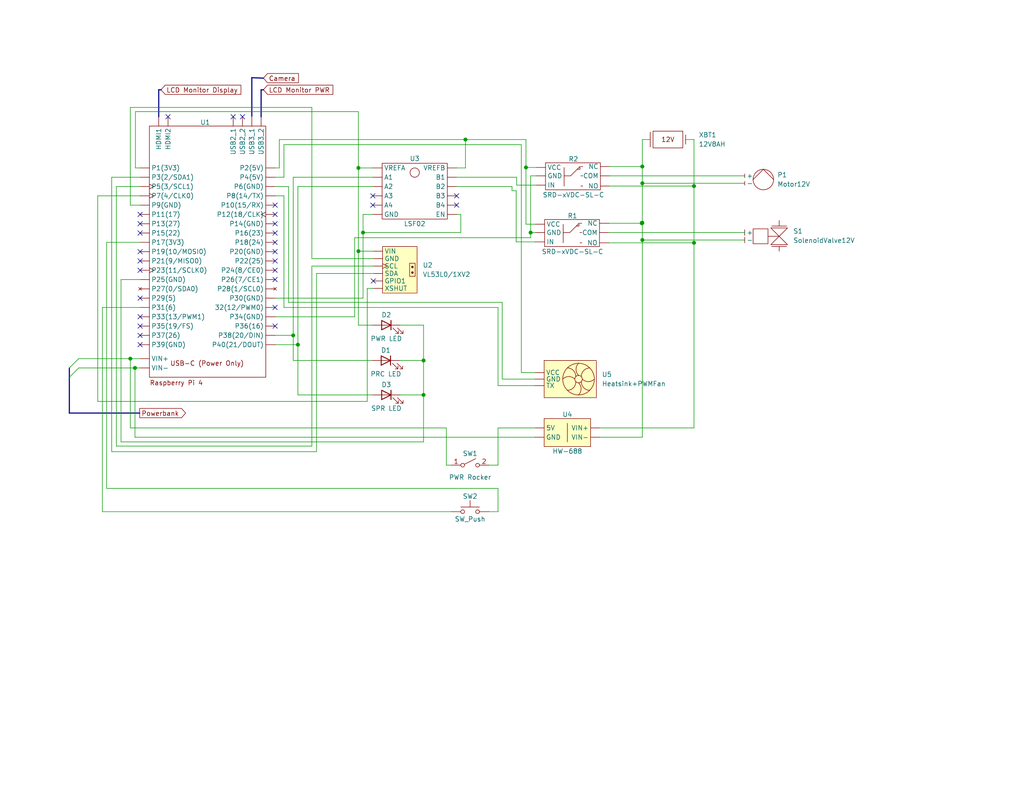
<source format=kicad_sch>
(kicad_sch (version 20211123) (generator eeschema)
  (paper "USLetter")
  (title_block (title "Map of Wirings") (date "2023-06-13") (rev "1.0") (company "There Goes Mangoes"))
  (lib_symbols
    (symbol "Battery Power and Management:12V8AH"
      (property "Reference" "XBT" (at 0 3.302 0))
      (property "Value" "12V8AH" (at 0 -3.556 0))
      (symbol "12V8AH_0_0"
        (polyline (pts (xy -4.826 2.032) (xy -4.826 -2.032)))
        (polyline (pts (xy 4.826 1.27) (xy 4.826 -1.27)))
        (text "12V" (at 0 0 0) (effects (font (size 1.27 1.27))))
      )
      (symbol "12V8AH_0_1"
        (rectangle (start -4.064 2.286) (end 4.064 -2.286))
      )
      (symbol "12V8AH_1_1"
        (pin power_out line (at 4.826 0 180) (length 0.635) hide (name "+") (number ""))
        (pin power_out line (at -4.826 0 0) (length 0.635) hide (name "-") (number ""))
      )
    )
    (symbol "Battery Power and Management:HW-688"
      (property "Reference" "U" (at 0 5.08 0))
      (property "Value" "HW-688" (at 0 -5.08 0))
      (symbol "HW-688_0_1"
        (rectangle (start -6.35 3.81) (end 6.35 -3.81) (fill (type background)))
        (polyline (pts (xy 0 2.54) (xy 0 -2.54)))
      )
      (symbol "HW-688_1_1"
        (pin power_out line (at 8.89 1.27 180) (length 2.54) (name "5V") (number ""))
        (pin power_out line (at 8.89 -1.27 180) (length 2.54) (name "GND") (number ""))
        (pin power_in line (at -8.89 1.27 0) (length 2.54) (name "VIN+") (number ""))
        (pin power_in line (at -8.89 -1.27 0) (length 2.54) (name "VIN-") (number ""))
      )
    )
    (symbol "Device:LED" (pin_numbers hide) (pin_names (offset 1.016) hide)
      (property "Reference" "D" (at 0 2.54 0))
      (property "Value" "LED" (at 0 -2.54 0))
      (symbol "LED_0_1"
        (polyline (pts (xy -1.27 -1.27) (xy -1.27 1.27)) (stroke (width 0.254)))
        (polyline (pts (xy -1.27 0) (xy 1.27 0)))
        (polyline (pts (xy 1.27 -1.27) (xy 1.27 1.27) (xy -1.27 0) (xy 1.27 -1.27)) (stroke (width 0.254)))
        (polyline (pts (xy -3.048 -0.762) (xy -4.572 -2.286) (xy -3.81 -2.286) (xy -4.572 -2.286) (xy -4.572 -1.524)))
        (polyline (pts (xy -1.778 -0.762) (xy -3.302 -2.286) (xy -2.54 -2.286) (xy -3.302 -2.286) (xy -3.302 -1.524)))
      )
      (symbol "LED_1_1"
        (pin passive line (at -3.81 0 0) (length 2.54) (name "K") (number "1"))
        (pin passive line (at 3.81 0 180) (length 2.54) (name "A") (number "2"))
      )
    )
    (symbol "Multilevel Voltage Converter:LSF02"
      (property "Reference" "U" (at 0 8.89 0))
      (property "Value" "LSF02" (at 0 0 90))
      (symbol "LSF02_0_1"
        (rectangle (start -8.89 7.62) (end 8.89 -7.62))
        (circle (center 0 5.08) (radius 1.27))
      )
      (symbol "LSF02_1_1"
        (pin bidirectional line (at -11.43 3.81 0) (length 2.54) (name "A1") (number ""))
        (pin bidirectional line (at -11.43 1.27 0) (length 2.54) (name "A2") (number ""))
        (pin bidirectional line (at -11.43 -1.27 0) (length 2.54) (name "A3") (number ""))
        (pin bidirectional line (at -11.43 -3.81 0) (length 2.54) (name "A4") (number ""))
        (pin bidirectional line (at 11.43 3.81 180) (length 2.54) (name "B1") (number ""))
        (pin bidirectional line (at 11.43 1.27 180) (length 2.54) (name "B2") (number ""))
        (pin bidirectional line (at 11.43 -1.27 180) (length 2.54) (name "B3") (number ""))
        (pin bidirectional line (at 11.43 -3.81 180) (length 2.54) (name "B4") (number ""))
        (pin power_in line (at 11.43 -6.35 180) (length 2.54) (name "EN") (number ""))
        (pin power_in line (at -11.43 -6.35 0) (length 2.54) (name "GND") (number ""))
        (pin power_in line (at -11.43 6.35 0) (length 2.54) (name "VREFA") (number ""))
        (pin power_in line (at 11.43 6.35 180) (length 2.54) (name "VREFB") (number ""))
      )
    )
    (symbol "Raspberry Pi 4:RPi4_Objective"
      (property "Reference" "U" (at 0 31.496 0))
      (symbol "RPi4_Objective_0_0"
        (text "Raspberry Pi 4" (at -7.874 -39.624 0) (effects (font (size 1.27 1.27))))
        (text "USB-C (Power Only)" (at 0.508 -34.29 0) (effects (font (size 1.27 1.27))))
      )
      (symbol "RPi4_Objective_0_1"
        (rectangle (start -15.24 30.48) (end 16.51 -38.1))
      )
      (symbol "RPi4_Objective_1_1"
        (pin bidirectional line (at 19.05 -19.05 180) (length 2.54) (name "32(12/PWM0)") (number ""))
        (pin output line (at -12.7 33.02 270) (length 2.54) (name "HDMI1") (number ""))
        (pin output line (at -10.16 33.02 270) (length 2.54) (name "HDMI2") (number ""))
        (pin power_out line (at -17.78 19.05 0) (length 2.54) (name "P1(3V3)") (number ""))
        (pin bidirectional line (at 19.05 8.89 180) (length 2.54) (name "P10(15/RX)") (number ""))
        (pin bidirectional line (at -17.78 6.35 0) (length 2.54) (name "P11(17)") (number ""))
        (pin bidirectional clock (at 19.05 6.35 180) (length 2.54) (name "P12(18/CLK)") (number ""))
        (pin bidirectional line (at -17.78 3.81 0) (length 2.54) (name "P13(27)") (number ""))
        (pin power_out line (at 19.05 3.81 180) (length 2.54) (name "P14(GND)") (number ""))
        (pin bidirectional line (at -17.78 1.27 0) (length 2.54) (name "P15(22)") (number ""))
        (pin bidirectional line (at 19.05 1.27 180) (length 2.54) (name "P16(23)") (number ""))
        (pin power_out line (at -17.78 -1.27 0) (length 2.54) (name "P17(3V3)") (number ""))
        (pin bidirectional line (at 19.05 -1.27 180) (length 2.54) (name "P18(24)") (number ""))
        (pin bidirectional line (at -17.78 -3.81 0) (length 2.54) (name "P19(10/MOSI0)") (number ""))
        (pin power_out line (at 19.05 19.05 180) (length 2.54) (name "P2(5V)") (number ""))
        (pin power_out line (at 19.05 -3.81 180) (length 2.54) (name "P20(GND)") (number ""))
        (pin bidirectional line (at -17.78 -6.35 0) (length 2.54) (name "P21(9/MISO0)") (number ""))
        (pin bidirectional line (at 19.05 -6.35 180) (length 2.54) (name "P22(25)") (number ""))
        (pin bidirectional clock (at -17.78 -8.89 0) (length 2.54) (name "P23(11/SCLK0)") (number ""))
        (pin bidirectional line (at 19.05 -8.89 180) (length 2.54) (name "P24(8/CE0)") (number ""))
        (pin power_out line (at -17.78 -11.43 0) (length 2.54) (name "P25(GND)") (number ""))
        (pin bidirectional line (at 19.05 -11.43 180) (length 2.54) (name "P26(7/CE1)") (number ""))
        (pin no_connect line (at -17.78 -13.97 0) (length 2.54) (name "P27(0/SDA0)") (number ""))
        (pin no_connect line (at 19.05 -13.97 180) (length 2.54) (name "P28(1/SCL0)") (number ""))
        (pin bidirectional line (at -17.78 -16.51 0) (length 2.54) (name "P29(5)") (number ""))
        (pin bidirectional line (at -17.78 16.51 0) (length 2.54) (name "P3(2/SDA1)") (number ""))
        (pin power_out line (at 19.05 -16.51 180) (length 2.54) (name "P30(GND)") (number ""))
        (pin bidirectional line (at -17.78 -19.05 0) (length 2.54) (name "P31(6)") (number ""))
        (pin bidirectional line (at -17.78 -21.59 0) (length 2.54) (name "P33(13/PWM1)") (number ""))
        (pin power_out line (at 19.05 -21.59 180) (length 2.54) (name "P34(GND)") (number ""))
        (pin bidirectional line (at -17.78 -24.13 0) (length 2.54) (name "P35(19/FS)") (number ""))
        (pin bidirectional line (at 19.05 -24.13 180) (length 2.54) (name "P36(16)") (number ""))
        (pin bidirectional line (at -17.78 -26.67 0) (length 2.54) (name "P37(26)") (number ""))
        (pin bidirectional line (at 19.05 -26.67 180) (length 2.54) (name "P38(20/DIN)") (number ""))
        (pin power_out line (at -17.78 -29.21 0) (length 2.54) (name "P39(GND)") (number ""))
        (pin power_out line (at 19.05 16.51 180) (length 2.54) (name "P4(5V)") (number ""))
        (pin bidirectional line (at 19.05 -29.21 180) (length 2.54) (name "P40(21/DOUT)") (number ""))
        (pin bidirectional clock (at -17.78 13.97 0) (length 2.54) (name "P5(3/SCL1)") (number ""))
        (pin power_out line (at 19.05 13.97 180) (length 2.54) (name "P6(GND)") (number ""))
        (pin bidirectional clock (at -17.78 11.43 0) (length 2.54) (name "P7(4/CLK0)") (number ""))
        (pin bidirectional line (at 19.05 11.43 180) (length 2.54) (name "P8(14/TX)") (number ""))
        (pin power_out line (at -17.78 8.89 0) (length 2.54) (name "P9(GND)") (number ""))
        (pin output line (at 7.62 33.02 270) (length 2.54) (name "USB2_1") (number ""))
        (pin output line (at 10.16 33.02 270) (length 2.54) (name "USB2_2") (number ""))
        (pin output line (at 12.7 33.02 270) (length 2.54) (name "USB3_1") (number ""))
        (pin output line (at 15.24 33.02 270) (length 2.54) (name "USB3_2") (number ""))
        (pin power_in line (at -17.78 -33.02 0) (length 2.54) (name "VIN+") (number ""))
        (pin power_in line (at -17.78 -35.56 0) (length 2.54) (name "VIN-") (number ""))
      )
    )
    (symbol "Sensors and Others:Heatsink+PWMFan"
      (property "Reference" "U" (at 0 6.096 0))
      (property "Value" "Heatsink+PWMFan" (at -0.254 -6.35 0))
      (symbol "Heatsink+PWMFan_0_1"
        (rectangle (start -6.858 5.08) (end 7.366 -5.08) (fill (type background)))
        (arc (start -0.508 -3.048) (mid 1.1084 -2.3784) (end 1.778 -0.762))
        (arc (start 1.524 0) (mid -0.127 3.9859) (end -1.778 0))
        (arc (start 1.778 0.762) (mid 3.3944 4.6644) (end -0.508 3.048))
        (arc (start 2.54 -4.318) (mid 3.2233 -2.667) (end 2.54 -1.016))
        (circle (center 2.54 0) (radius 1.016))
        (circle (center 2.54 0) (radius 4.318))
        (arc (start 2.54 4.318) (mid 1.8567 2.667) (end 2.54 1.016))
        (arc (start 3.302 -0.762) (mid 1.6789 -4.6711) (end 5.588 -3.048))
        (arc (start 3.556 0) (mid 5.207 -3.9859) (end 6.858 0))
        (arc (start 5.588 3.048) (mid 3.9811 2.3689) (end 3.302 0.762))
      )
      (symbol "Heatsink+PWMFan_1_1"
        (pin power_in line (at -9.398 0 0) (length 2.54) (name "GND") (number ""))
        (pin input line (at -9.398 -1.778 0) (length 2.54) (name "TX") (number ""))
        (pin power_in line (at -9.398 1.778 0) (length 2.54) (name "VCC") (number ""))
      )
    )
    (symbol "Sensors and Others:Motor12V"
      (property "Reference" "P" (at 0 3.81 0))
      (property "Value" "Motor12V" (at 0 -4.064 0))
      (symbol "Motor12V_0_1"
        (polyline (pts (xy -5.08 -0.508) (xy -5.08 -1.524)))
        (polyline (pts (xy -5.08 1.524) (xy -5.08 0.508)))
        (polyline (pts (xy -2.794 0) (xy 0 2.794) (xy 2.794 0)))
        (circle (center 0 0) (radius 2.794))
      )
      (symbol "Motor12V_1_1"
        (pin power_in line (at -5.08 1.016 0) (length 0) (name "+") (number ""))
        (pin power_in line (at -5.08 -1.016 0) (length 0) (name "-") (number ""))
      )
    )
    (symbol "Sensors and Others:SRD-xVDC-SL-C"
      (property "Reference" "R" (at 0.508 4.572 0))
      (property "Value" "SRD-xVDC-SL-C" (at 0 -5.334 0))
      (symbol "SRD-xVDC-SL-C_0_1"
        (polyline (pts (xy -2.54 2.286) (xy -2.54 -2.794)))
        (polyline (pts (xy 2.032 -2.794) (xy 2.54 -2.794)))
        (polyline (pts (xy 2.032 0) (xy 2.54 0)))
        (polyline (pts (xy 2.032 2.54) (xy 2.54 2.54)))
        (polyline (pts (xy -2.54 0) (xy -0.762 0) (xy 1.778 2.54)))
        (polyline (pts (xy 1.778 2.54) (xy 1.778 1.778) (xy 1.016 1.778) (xy 1.27 1.778)))
        (rectangle (start 7.366 3.556) (end -7.62 -3.81))
      )
      (symbol "SRD-xVDC-SL-C_1_1"
        (pin input line (at 9.906 0 180) (length 2.54) (name "COM") (number ""))
        (pin power_in line (at -10.16 0 0) (length 2.54) (name "GND") (number ""))
        (pin input line (at -10.16 -2.54 0) (length 2.54) (name "IN") (number ""))
        (pin free line (at 9.906 2.54 180) (length 2.54) (name "NC") (number ""))
        (pin free line (at 9.906 -2.794 180) (length 2.54) (name "NO") (number ""))
        (pin power_in line (at -10.16 2.286 0) (length 2.54) (name "VCC") (number ""))
      )
    )
    (symbol "Sensors and Others:SolenoidValve12V"
      (property "Reference" "S" (at 0 2.54 0))
      (property "Value" "SolenoidValve12V" (at 0.254 -6.096 0))
      (symbol "SolenoidValve12V_0_1"
        (rectangle (start -2.032 4.572) (end 2.032 0.508))
        (polyline (pts (xy -2.794 -2.54) (xy -4.064 -2.54)))
        (polyline (pts (xy -2.794 -0.508) (xy -2.794 -4.572)))
        (polyline (pts (xy -1.778 6.858) (xy -0.254 6.858)))
        (polyline (pts (xy 0 0.508) (xy 0 -2.54)))
        (polyline (pts (xy 0.254 6.858) (xy 1.778 6.858)))
        (polyline (pts (xy 2.794 -2.54) (xy 4.318 -2.54)))
        (polyline (pts (xy 2.794 -0.508) (xy 2.794 -4.572)))
        (polyline (pts (xy -2.286 -0.254) (xy 0 -2.54) (xy 2.286 -0.254) (xy 2.286 -4.826) (xy 0 -2.54) (xy -2.286 -4.826) (xy -2.286 -0.254)))
      )
      (symbol "SolenoidValve12V_1_1"
        (pin power_in line (at 1.016 6.858 270) (length 0) (name "+") (number ""))
        (pin power_in line (at -1.016 6.858 270) (length 0) (name "-") (number ""))
      )
    )
    (symbol "Sensors and Others:VL53L0{slash}1XV2"
      (property "Reference" "U" (at 0 8.382 0))
      (property "Value" "VL53L0{slash}1XV2" (at 0 -8.89 0))
      (symbol "VL53L0{slash}1XV2_0_1"
        (rectangle (start -4.572 6.35) (end 4.826 -6.35) (fill (type background)))
        (rectangle (start 2.794 1.778) (end 4.318 -1.778))
        (circle (center 3.556 -0.762) (radius 0.254) (fill (type outline)))
        (circle (center 3.556 0.762) (radius 0.254) (fill (type outline)))
      )
      (symbol "VL53L0{slash}1XV2_1_1"
        (pin power_in line (at -7.112 3.048 0) (length 2.54) (name "GND") (number ""))
        (pin output line (at -7.112 -3.048 0) (length 2.54) (name "GPIO1") (number ""))
        (pin output clock (at -7.112 1.016 0) (length 2.54) (name "SCL") (number ""))
        (pin output line (at -7.112 -1.016 0) (length 2.54) (name "SDA") (number ""))
        (pin power_in line (at -7.112 5.08 0) (length 2.54) (name "VIN") (number ""))
        (pin input line (at -7.112 -5.08 0) (length 2.54) (name "XSHUT") (number ""))
      )
    )
    (symbol "Switch:SW_Push" (pin_numbers hide) (pin_names (offset 1.016) hide)
      (property "Reference" "SW" (at 1.27 2.54 0))
      (property "Value" "SW_Push" (at 0 -1.524 0))
      (symbol "SW_Push_0_1"
        (circle (center -2.032 0) (radius 0.508))
        (polyline (pts (xy 0 1.27) (xy 0 3.048)))
        (polyline (pts (xy 2.54 1.27) (xy -2.54 1.27)))
        (circle (center 2.032 0) (radius 0.508))
        (pin passive line (at -5.08 0 0) (length 2.54) (name "1") (number "1"))
        (pin passive line (at 5.08 0 180) (length 2.54) (name "2") (number "2"))
      )
    )
    (symbol "Switch:SW_SPST" (pin_names (offset 0) hide)
      (property "Reference" "SW" (at 0 3.175 0))
      (property "Value" "SW_SPST" (at 0 -2.54 0))
      (symbol "SW_SPST_0_0"
        (circle (center -2.032 0) (radius 0.508))
        (polyline (pts (xy -1.524 0.254) (xy 1.524 1.778)))
        (circle (center 2.032 0) (radius 0.508))
      )
      (symbol "SW_SPST_1_1"
        (pin passive line (at -5.08 0 0) (length 2.54) (name "A") (number "1"))
        (pin passive line (at 5.08 0 180) (length 2.54) (name "B") (number "2"))
      )
    )
  )
  (junction (at 175.26 45.466))
  (junction (at 189.357 66.294))
  (junction (at 175.26 60.833))
  (junction (at 99.06 63.5))
  (junction (at 189.357 50.8))
  (junction (at 144.78 63.5))
  (junction (at 143.51 45.72))
  (junction (at 81.28 94.107))
  (junction (at 175.133 60.96))
  (junction (at 36.83 100.457))
  (junction (at 175.26 50.038))
  (junction (at 97.79 45.847))
  (junction (at 115.57 107.823))
  (junction (at 115.57 98.425))
  (junction (at 175.133 60.833))
  (junction (at 97.79 68.58))
  (junction (at 127 38.1))
  (junction (at 175.26 65.532))
  (junction (at 80.01 91.567))
  (junction (at 35.56 97.917))
  (no_connect (at 75.057 66.167))
  (no_connect (at 101.727 53.467))
  (no_connect (at 45.847 31.877))
  (no_connect (at 38.227 73.787))
  (no_connect (at 124.587 56.007))
  (no_connect (at 75.057 73.787))
  (no_connect (at 75.057 76.327))
  (no_connect (at 75.057 71.247))
  (no_connect (at 101.727 56.007))
  (no_connect (at 38.227 89.027))
  (no_connect (at 66.167 31.877))
  (no_connect (at 38.227 63.627))
  (no_connect (at 38.227 68.707))
  (no_connect (at 101.854 76.708))
  (no_connect (at 124.587 53.467))
  (no_connect (at 75.057 68.707))
  (no_connect (at 75.057 83.947))
  (no_connect (at 38.227 86.487))
  (no_connect (at 63.627 31.877))
  (no_connect (at 38.227 58.547))
  (no_connect (at 75.057 63.627))
  (no_connect (at 75.057 56.007))
  (no_connect (at 75.057 58.547))
  (no_connect (at 38.227 81.407))
  (no_connect (at 38.227 71.247))
  (no_connect (at 38.227 94.107))
  (no_connect (at 38.227 91.567))
  (no_connect (at 75.057 89.027))
  (no_connect (at 75.057 61.087))
  (no_connect (at 38.227 61.087))
  (bus_entry (at 21.463 97.917) (size -2.54 2.54))
  (bus_entry (at 21.463 100.457) (size -2.54 2.54))
  (wire (pts (xy 135.89 133.35) (xy 135.89 139.7)))
  (wire (pts (xy 146.304 48.006) (xy 144.78 48.006)))
  (wire (pts (xy 175.26 38.1) (xy 175.26 45.466)))
  (wire (pts (xy 203.2 50.038) (xy 175.26 50.038)))
  (wire (pts (xy 35.56 29.337) (xy 35.56 56.007)))
  (wire (pts (xy 139.7 52.07) (xy 140.843 52.07)))
  (wire (pts (xy 30.48 48.387) (xy 30.48 123.317)))
  (wire (pts (xy 146.05 61.214) (xy 143.51 61.214)))
  (wire (pts (xy 76.2 38.1) (xy 127 38.1)))
  (wire (pts (xy 101.727 48.387) (xy 80.01 48.387)))
  (wire (pts (xy 175.26 45.466) (xy 175.26 50.038)))
  (wire (pts (xy 125.73 63.5) (xy 99.06 63.5)))
  (wire (pts (xy 86.36 123.317) (xy 86.36 74.676)))
  (wire (pts (xy 140.97 50.546) (xy 146.304 50.546)))
  (wire (pts (xy 33.02 120.65) (xy 33.02 76.327)))
  (wire (pts (xy 36.83 119.38) (xy 145.923 119.38)))
  (wire (pts (xy 140.97 48.387) (xy 140.97 50.546)))
  (wire (pts (xy 175.133 60.833) (xy 175.26 60.833)))
  (wire (pts (xy 80.01 48.387) (xy 80.01 91.567)))
  (wire (pts (xy 75.057 81.407) (xy 99.06 81.407)))
  (wire (pts (xy 77.47 83.947) (xy 77.47 53.467)))
  (wire (pts (xy 135.89 105.283) (xy 135.89 83.947)))
  (wire (pts (xy 29.083 66.167) (xy 29.083 133.35)))
  (wire (pts (xy 97.79 30.48) (xy 97.79 45.847)))
  (wire (pts (xy 137.033 82.55) (xy 137.033 103.505)))
  (wire (pts (xy 166.116 60.96) (xy 175.133 60.96)))
  (wire (pts (xy 30.48 123.317) (xy 86.36 123.317)))
  (wire (pts (xy 163.703 119.38) (xy 175.26 119.38)))
  (wire (pts (xy 175.26 60.833) (xy 175.26 65.532)))
  (wire (pts (xy 177.419 38.1) (xy 175.26 38.1)))
  (wire (pts (xy 189.357 66.294) (xy 189.357 50.8)))
  (bus (pts (xy 18.923 112.776) (xy 38.1 112.776)))
  (wire (pts (xy 127 45.847) (xy 127 38.1)))
  (wire (pts (xy 35.56 97.917) (xy 38.227 97.917)))
  (bus (pts (xy 18.923 102.997) (xy 18.923 112.776)))
  (wire (pts (xy 124.587 45.847) (xy 127 45.847)))
  (wire (pts (xy 96.774 64.897) (xy 144.78 64.897)))
  (bus (pts (xy 71.247 31.877) (xy 71.247 24.511)))
  (wire (pts (xy 137.033 103.505) (xy 145.923 103.505)))
  (wire (pts (xy 109.22 88.773) (xy 115.57 88.773)))
  (wire (pts (xy 145.923 105.283) (xy 135.89 105.283)))
  (wire (pts (xy 27.94 83.947) (xy 38.227 83.947)))
  (wire (pts (xy 96.774 86.487) (xy 96.774 64.897)))
  (wire (pts (xy 143.51 38.1) (xy 143.51 45.72)))
  (wire (pts (xy 175.133 60.96) (xy 175.133 60.833)))
  (wire (pts (xy 142.24 39.497) (xy 142.24 101.727)))
  (wire (pts (xy 101.473 98.425) (xy 80.01 98.425)))
  (wire (pts (xy 75.057 86.487) (xy 96.774 86.487)))
  (wire (pts (xy 85.09 121.793) (xy 31.75 121.793)))
  (wire (pts (xy 36.957 30.48) (xy 97.79 30.48)))
  (wire (pts (xy 175.26 119.38) (xy 175.26 65.532)))
  (wire (pts (xy 29.083 133.35) (xy 135.89 133.35)))
  (wire (pts (xy 144.78 64.897) (xy 144.78 63.5)))
  (wire (pts (xy 80.01 91.567) (xy 80.01 98.425)))
  (wire (pts (xy 124.587 58.547) (xy 125.73 58.547)))
  (bus (pts (xy 18.923 100.457) (xy 18.923 102.997)))
  (wire (pts (xy 189.357 38.1) (xy 187.071 38.1)))
  (wire (pts (xy 78.74 82.55) (xy 137.033 82.55)))
  (wire (pts (xy 121.793 127) (xy 121.793 116.84)))
  (wire (pts (xy 77.47 53.467) (xy 75.057 53.467)))
  (wire (pts (xy 81.28 50.927) (xy 81.28 94.107)))
  (wire (pts (xy 38.227 66.167) (xy 29.083 66.167)))
  (bus (pts (xy 43.307 31.877) (xy 43.307 24.511)))
  (wire (pts (xy 127 38.1) (xy 143.51 38.1)))
  (wire (pts (xy 75.057 48.387) (xy 77.47 48.387)))
  (bus (pts (xy 43.307 24.511) (xy 43.942 24.511)))
  (wire (pts (xy 97.79 68.58) (xy 101.854 68.58)))
  (wire (pts (xy 143.51 45.72) (xy 146.304 45.72)))
  (wire (pts (xy 163.703 116.84) (xy 189.357 116.84)))
  (wire (pts (xy 135.89 116.84) (xy 145.923 116.84)))
  (wire (pts (xy 135.89 139.7) (xy 133.35 139.7)))
  (wire (pts (xy 143.51 61.214) (xy 143.51 45.72)))
  (bus (pts (xy 71.247 24.511) (xy 71.882 24.511)))
  (wire (pts (xy 124.587 48.387) (xy 140.97 48.387)))
  (wire (pts (xy 189.357 50.8) (xy 189.357 38.1)))
  (wire (pts (xy 77.47 48.387) (xy 77.47 39.497)))
  (wire (pts (xy 175.26 50.038) (xy 175.26 60.833)))
  (wire (pts (xy 38.227 45.847) (xy 36.957 45.847)))
  (wire (pts (xy 203.2 65.532) (xy 175.26 65.532)))
  (wire (pts (xy 35.56 116.84) (xy 35.56 97.917)))
  (wire (pts (xy 144.78 48.006) (xy 144.78 63.5)))
  (wire (pts (xy 166.37 48.006) (xy 203.2 48.006)))
  (wire (pts (xy 101.854 78.74) (xy 100.203 78.74)))
  (wire (pts (xy 109.22 107.823) (xy 115.57 107.823)))
  (wire (pts (xy 78.74 50.927) (xy 78.74 82.55)))
  (wire (pts (xy 123.19 139.7) (xy 27.94 139.7)))
  (wire (pts (xy 124.587 50.927) (xy 139.7 50.927)))
  (wire (pts (xy 75.057 50.927) (xy 78.74 50.927)))
  (wire (pts (xy 140.843 66.04) (xy 146.05 66.04)))
  (wire (pts (xy 144.78 63.5) (xy 146.05 63.5)))
  (wire (pts (xy 35.56 56.007) (xy 38.227 56.007)))
  (wire (pts (xy 76.2 45.847) (xy 76.2 38.1)))
  (wire (pts (xy 36.83 100.457) (xy 36.83 119.38)))
  (wire (pts (xy 135.89 83.947) (xy 77.47 83.947)))
  (wire (pts (xy 166.37 45.466) (xy 175.26 45.466)))
  (wire (pts (xy 125.73 58.547) (xy 125.73 63.5)))
  (wire (pts (xy 77.47 39.497) (xy 142.24 39.497)))
  (wire (pts (xy 101.727 45.847) (xy 97.79 45.847)))
  (wire (pts (xy 97.79 45.847) (xy 97.79 68.58)))
  (wire (pts (xy 97.79 88.773) (xy 97.79 68.58)))
  (wire (pts (xy 21.463 100.457) (xy 36.83 100.457)))
  (wire (pts (xy 145.923 101.727) (xy 142.24 101.727)))
  (wire (pts (xy 101.854 72.644) (xy 85.09 72.644)))
  (wire (pts (xy 75.057 91.567) (xy 80.01 91.567)))
  (bus (pts (xy 68.707 21.209) (xy 68.707 31.75)))
  (wire (pts (xy 115.57 107.823) (xy 115.57 120.65)))
  (wire (pts (xy 26.67 53.467) (xy 38.227 53.467)))
  (wire (pts (xy 101.6 107.823) (xy 81.28 107.823)))
  (wire (pts (xy 101.6 88.773) (xy 97.79 88.773)))
  (wire (pts (xy 21.463 97.917) (xy 35.56 97.917)))
  (wire (pts (xy 85.09 70.612) (xy 85.09 29.337)))
  (wire (pts (xy 166.37 50.8) (xy 189.357 50.8)))
  (wire (pts (xy 100.203 109.601) (xy 26.67 109.601)))
  (wire (pts (xy 109.093 98.425) (xy 115.57 98.425)))
  (wire (pts (xy 139.7 50.927) (xy 139.7 52.07)))
  (wire (pts (xy 81.28 94.107) (xy 81.28 107.823)))
  (wire (pts (xy 101.854 70.612) (xy 85.09 70.612)))
  (wire (pts (xy 115.57 98.425) (xy 115.57 107.823)))
  (wire (pts (xy 38.227 48.387) (xy 30.48 48.387)))
  (wire (pts (xy 85.09 72.644) (xy 85.09 121.793)))
  (wire (pts (xy 99.06 63.5) (xy 99.06 81.407)))
  (wire (pts (xy 99.06 58.547) (xy 99.06 63.5)))
  (wire (pts (xy 31.75 50.927) (xy 38.227 50.927)))
  (wire (pts (xy 133.35 127) (xy 135.89 127)))
  (wire (pts (xy 99.06 58.547) (xy 101.727 58.547)))
  (wire (pts (xy 75.057 45.847) (xy 76.2 45.847)))
  (wire (pts (xy 189.357 116.84) (xy 189.357 66.294)))
  (wire (pts (xy 85.09 29.337) (xy 35.56 29.337)))
  (wire (pts (xy 135.89 127) (xy 135.89 116.84)))
  (wire (pts (xy 81.28 94.107) (xy 75.057 94.107)))
  (wire (pts (xy 101.727 50.927) (xy 81.28 50.927)))
  (wire (pts (xy 31.75 121.793) (xy 31.75 50.927)))
  (wire (pts (xy 100.203 78.74) (xy 100.203 109.601)))
  (wire (pts (xy 115.57 88.773) (xy 115.57 98.425)))
  (wire (pts (xy 121.793 116.84) (xy 35.56 116.84)))
  (wire (pts (xy 27.94 139.7) (xy 27.94 83.947)))
  (wire (pts (xy 86.36 74.676) (xy 101.854 74.676)))
  (wire (pts (xy 36.957 45.847) (xy 36.957 30.48)))
  (bus (pts (xy 71.882 21.336) (xy 68.707 21.209)))
  (wire (pts (xy 166.116 66.294) (xy 189.357 66.294)))
  (wire (pts (xy 26.67 109.601) (xy 26.67 53.467)))
  (wire (pts (xy 140.843 52.07) (xy 140.843 66.04)))
  (wire (pts (xy 38.227 100.457) (xy 36.83 100.457)))
  (wire (pts (xy 166.116 63.5) (xy 203.2 63.5)))
  (wire (pts (xy 33.02 120.65) (xy 115.57 120.65)))
  (wire (pts (xy 123.19 127) (xy 121.793 127)))
  (wire (pts (xy 33.02 76.327) (xy 38.227 76.327)))
  (global_label "Camera" (shape input) (at 71.882 21.336 0) (property "Intersheet References" "${INTERSHEET_REFS}" (effects hide)))
  (global_label "LCD Monitor PWR" (shape input) (at 71.882 24.511 0) (property "Intersheet References" "${INTERSHEET_REFS}" (effects hide)))
  (global_label "LCD Monitor Display" (shape input) (at 43.942 24.511 0) (property "Intersheet References" "${INTERSHEET_REFS}" (effects hide)))
  (global_label "Powerbank" (shape output) (at 38.1 112.776 0) (property "Intersheet References" "${INTERSHEET_REFS}" (effects hide)))
  (symbol (lib_id "Sensors and Others:Motor12V") (at 208.28 49.022 0) (unit 1)
    (property "Reference" "P1" (at 212.09 47.7519 0) (effects (justify left)))
    (property "Value" "Motor12V" (at 212.09 50.2919 0) (effects (justify left)))
  )
  (symbol (lib_id "Multilevel Voltage Converter:LSF02") (at 113.157 52.197 0) (unit 1)
    (property "Reference" "U3" (at 113.157 43.307 0))
    (property "Value" "LSF02" (at 113.157 61.087 0))
  )
  (symbol (lib_id "Device:LED") (at 105.41 88.773 0) (mirror y) (unit 1)
    (property "Reference" "D2" (at 105.41 85.979 0))
    (property "Value" "PWR LED" (at 105.41 92.456 0))
  )
  (symbol (lib_id "Sensors and Others:SRD-xVDC-SL-C") (at 156.464 48.006 0) (unit 1)
    (property "Reference" "R2" (at 156.464 43.434 0))
    (property "Value" "SRD-xVDC-SL-C" (at 156.464 53.213 0))
  )
  (symbol (lib_id "Switch:SW_Push") (at 128.27 139.7 0) (unit 1)
    (property "Reference" "SW2" (at 128.27 135.509 0))
    (property "Value" "SW_Push" (at 128.27 141.732 0))
  )
  (symbol (lib_id "Device:LED") (at 105.41 107.823 0) (mirror y) (unit 1)
    (property "Reference" "D3" (at 105.41 105.029 0))
    (property "Value" "SPR LED" (at 105.41 111.506 0))
  )
  (symbol (lib_id "Raspberry Pi 4:RPi4_Objective") (at 56.007 64.897 0) (unit 1)
    (property "Reference" "U1" (at 56.007 33.401 0))
    (property "Value" "RPi4_Objective" (effects hide))
  )
  (symbol (lib_id "Battery Power and Management:12V8AH") (at 182.245 38.1 0) (unit 1)
    (property "Reference" "XBT1" (at 190.627 36.83 0) (effects (justify left)))
    (property "Value" "12V8AH" (at 190.627 39.37 0) (effects (justify left)))
  )
  (symbol (lib_id "Device:LED") (at 105.283 98.425 0) (mirror y) (unit 1)
    (property "Reference" "D1" (at 105.283 95.631 0))
    (property "Value" "PRC LED" (at 105.283 102.108 0))
  )
  (symbol (lib_id "Sensors and Others:SRD-xVDC-SL-C") (at 156.21 63.5 0) (unit 1)
    (property "Reference" "R1" (at 156.21 58.928 0))
    (property "Value" "SRD-xVDC-SL-C" (at 156.21 68.707 0))
  )
  (symbol (lib_id "Sensors and Others:SolenoidValve12V") (at 210.058 64.516 90) (unit 1)
    (property "Reference" "S1" (at 216.408 63.1189 90) (effects (justify right)))
    (property "Value" "SolenoidValve12V" (at 216.408 65.6589 90) (effects (justify right)))
  )
  (symbol (lib_id "Sensors and Others:VL53L0{slash}1XV2") (at 108.966 73.66 0) (unit 1)
    (property "Reference" "U2" (at 115.316 72.3899 0) (effects (justify left)))
    (property "Value" "VL53L0/1XV2" (at 115.316 74.9299 0) (effects (justify left)))
  )
  (symbol (lib_id "Sensors and Others:Heatsink+PWMFan") (at 155.321 103.505 0) (unit 1)
    (property "Reference" "U5" (at 164.211 102.2349 0) (effects (justify left)))
    (property "Value" "Heatsink+PWMFan" (at 164.211 104.7749 0) (effects (justify left)))
  )
  (symbol (lib_id "Battery Power and Management:HW-688") (at 154.813 118.11 0) (mirror y) (unit 1)
    (property "Reference" "U4" (at 154.813 113.157 0))
    (property "Value" "HW-688" (at 154.813 123.19 0))
  )
  (symbol (lib_id "Switch:SW_SPST") (at 128.27 127 0) (unit 1)
    (property "Reference" "SW1" (at 128.27 123.825 0))
    (property "Value" "PWR Rocker" (at 128.27 130.302 0))
  )
)
</source>
